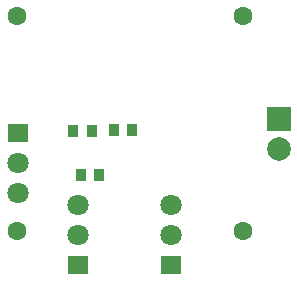
<source format=gbr>
%TF.GenerationSoftware,Altium Limited,Altium Designer,21.2.1 (34)*%
G04 Layer_Color=255*
%FSLAX26Y26*%
%MOIN*%
%TF.SameCoordinates,9B619AE5-86D3-421A-82E6-E0B3A417AA1F*%
%TF.FilePolarity,Positive*%
%TF.FileFunction,Pads,Bot*%
%TF.Part,Single*%
G01*
G75*
%TA.AperFunction,SMDPad,CuDef*%
%ADD10R,0.036614X0.038583*%
%TA.AperFunction,ComponentPad*%
%ADD22C,0.062992*%
%ADD23C,0.078740*%
%ADD24R,0.078740X0.078740*%
%ADD25R,0.070866X0.062000*%
%ADD26C,0.070866*%
D10*
X3505315Y2240000D02*
D03*
X3444685D02*
D03*
X3579685Y2245000D02*
D03*
X3640315D02*
D03*
X3469370Y2095000D02*
D03*
X3530000D02*
D03*
D22*
X4010000Y1908464D02*
D03*
Y2625000D02*
D03*
X3255275D02*
D03*
Y1908464D02*
D03*
D23*
X4129000Y2181000D02*
D03*
D24*
Y2281000D02*
D03*
D25*
X3460000Y1795000D02*
D03*
X3770000D02*
D03*
X3260000Y2235000D02*
D03*
D26*
X3460000Y1895000D02*
D03*
Y1995000D02*
D03*
X3770000Y1895000D02*
D03*
Y1995000D02*
D03*
X3260000Y2035000D02*
D03*
Y2135000D02*
D03*
%TF.MD5,48c13c394dc1be8476d649c187a0d12a*%
M02*

</source>
